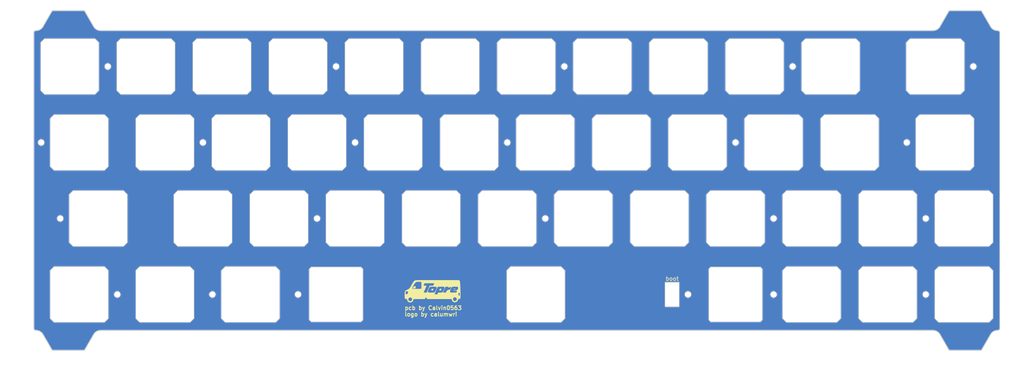
<source format=kicad_pcb>
(kicad_pcb (version 20240108) (generator "pcbnew") (generator_version "8.0")
  (layers (0 "F.Cu" signal) (31 "B.Cu" signal) (34 "B.Paste" user) (35 "F.Paste" user) (36 "B.SilkS" user "B.Silkscreen") (37 "F.SilkS" user "F.Silkscreen") (38 "B.Mask" user) (39 "F.Mask" user) (44 "Edge.Cuts" user))
  (net 0 "")
  (net 1 "GND")
  (footprint "cipulot_parts:ecs_plate_cut_1U" (layer "F.Cu") (at 146.84375 30.95625)
    (property "Reference" "REF**")
    (property "Value" "Value " (hide yes))
    (fp_line (start -7.3 -6) (end -7.3 6) (stroke (width 0.12)) (layer "Edge.Cuts"))
    (fp_line (start -7.3 6) (end -6.3 7) (stroke (width 0.12)) (layer "Edge.Cuts"))
    (fp_line (start -6.3 -7) (end -7.3 -6) (stroke (width 0.12)) (layer "Edge.Cuts"))
    (fp_line (start -6.3 7) (end 6.3 7) (stroke (width 0.12)) (layer "Edge.Cuts"))
    (fp_line (start 6.3 -7) (end -6.3 -7) (stroke (width 0.12)) (layer "Edge.Cuts"))
    (fp_line (start 6.3 -7) (end 7.3 -6) (stroke (width 0.12)) (layer "Edge.Cuts"))
    (fp_line (start 6.3 7) (end 7.3 6) (stroke (width 0.12)) (layer "Edge.Cuts"))
    (fp_line (start 7.3 6) (end 7.3 -6) (stroke (width 0.12)) (layer "Edge.Cuts"))
  )
  (footprint "cipulot_parts:ecs_plate_cut_1U" (layer "F.Cu") (at 56.35625 88.10625)
    (property "Reference" "REF**")
    (property "Value" "Value " (hide yes))
    (fp_line (start -7.3 -6) (end -7.3 6) (stroke (width 0.12)) (layer "Edge.Cuts"))
    (fp_line (start -7.3 6) (end -6.3 7) (stroke (width 0.12)) (layer "Edge.Cuts"))
    (fp_line (start -6.3 -7) (end -7.3 -6) (stroke (width 0.12)) (layer "Edge.Cuts"))
    (fp_line (start -6.3 7) (end 6.3 7) (stroke (width 0.12)) (layer "Edge.Cuts"))
    (fp_line (start 6.3 -7) (end -6.3 -7) (stroke (width 0.12)) (layer "Edge.Cuts"))
    (fp_line (start 6.3 -7) (end 7.3 -6) (stroke (width 0.12)) (layer "Edge.Cuts"))
    (fp_line (start 6.3 7) (end 7.3 6) (stroke (width 0.12)) (layer "Edge.Cuts"))
    (fp_line (start 7.3 6) (end 7.3 -6) (stroke (width 0.12)) (layer "Edge.Cuts"))
  )
  (footprint "cipulot_parts:ecs_plate_cut_1U" (layer "F.Cu") (at 34.925 88.10625)
    (property "Reference" "REF**")
    (property "Value" "Value " (hide yes))
    (fp_line (start -7.3 -6) (end -7.3 6) (stroke (width 0.12)) (layer "Edge.Cuts"))
    (fp_line (start -7.3 6) (end -6.3 7) (stroke (width 0.12)) (layer "Edge.Cuts"))
    (fp_line (start -6.3 -7) (end -7.3 -6) (stroke (width 0.12)) (layer "Edge.Cuts"))
    (fp_line (start -6.3 7) (end 6.3 7) (stroke (width 0.12)) (layer "Edge.Cuts"))
    (fp_line (start 6.3 -7) (end -6.3 -7) (stroke (width 0.12)) (layer "Edge.Cuts"))
    (fp_line (start 6.3 -7) (end 7.3 -6) (stroke (width 0.12)) (layer "Edge.Cuts"))
    (fp_line (start 6.3 7) (end 7.3 6) (stroke (width 0.12)) (layer "Edge.Cuts"))
    (fp_line (start 7.3 6) (end 7.3 -6) (stroke (width 0.12)) (layer "Edge.Cuts"))
  )
  (footprint "cipulot_parts:ecs_plate_cut_1U" (layer "F.Cu") (at 113.50625 50.00625)
    (property "Reference" "REF**")
    (property "Value" "Value " (hide yes))
    (fp_line (start -7.3 -6) (end -7.3 6) (stroke (width 0.12)) (layer "Edge.Cuts"))
    (fp_line (start -7.3 6) (end -6.3 7) (stroke (width 0.12)) (layer "Edge.Cuts"))
    (fp_line (start -6.3 -7) (end -7.3 -6) (stroke (width 0.12)) (layer "Edge.Cuts"))
    (fp_line (start -6.3 7) (end 6.3 7) (stroke (width 0.12)) (layer "Edge.Cuts"))
    (fp_line (start 6.3 -7) (end -6.3 -7) (stroke (width 0.12)) (layer "Edge.Cuts"))
    (fp_line (start 6.3 -7) (end 7.3 -6) (stroke (width 0.12)) (layer "Edge.Cuts"))
    (fp_line (start 6.3 7) (end 7.3 6) (stroke (width 0.12)) (layer "Edge.Cuts"))
    (fp_line (start 7.3 6) (end 7.3 -6) (stroke (width 0.12)) (layer "Edge.Cuts"))
  )
  (footprint "cipulot_parts:ecs_plate_cut_1U" (layer "F.Cu") (at 180.18125 69.05625)
    (property "Reference" "REF**")
    (property "Value" "Value " (hide yes))
    (fp_line (start -7.3 -6) (end -7.3 6) (stroke (width 0.12)) (layer "Edge.Cuts"))
    (fp_line (start -7.3 6) (end -6.3 7) (stroke (width 0.12)) (layer "Edge.Cuts"))
    (fp_line (start -6.3 -7) (end -7.3 -6) (stroke (width 0.12)) (layer "Edge.Cuts"))
    (fp_line (start -6.3 7) (end 6.3 7) (stroke (width 0.12)) (layer "Edge.Cuts"))
    (fp_line (start 6.3 -7) (end -6.3 -7) (stroke (width 0.12)) (layer "Edge.Cuts"))
    (fp_line (start 6.3 -7) (end 7.3 -6) (stroke (width 0.12)) (layer "Edge.Cuts"))
    (fp_line (start 6.3 7) (end 7.3 6) (stroke (width 0.12)) (layer "Edge.Cuts"))
    (fp_line (start 7.3 6) (end 7.3 -6) (stroke (width 0.12)) (layer "Edge.Cuts"))
  )
  (footprint "cipulot_parts:ecs_plate_cut_1U" (layer "F.Cu") (at 94.45625 50.00625)
    (property "Reference" "REF**")
    (property "Value" "Value " (hide yes))
    (fp_line (start -7.3 -6) (end -7.3 6) (stroke (width 0.12)) (layer "Edge.Cuts"))
    (fp_line (start -7.3 6) (end -6.3 7) (stroke (width 0.12)) (layer "Edge.Cuts"))
    (fp_line (start -6.3 -7) (end -7.3 -6) (stroke (width 0.12)) (layer "Edge.Cuts"))
    (fp_line (start -6.3 7) (end 6.3 7) (stroke (width 0.12)) (layer "Edge.Cuts"))
    (fp_line (start 6.3 -7) (end -6.3 -7) (stroke (width 0.12)) (layer "Edge.Cuts"))
    (fp_line (start 6.3 -7) (end 7.3 -6) (stroke (width 0.12)) (layer "Edge.Cuts"))
    (fp_line (start 6.3 7) (end 7.3 6) (stroke (width 0.12)) (layer "Edge.Cuts"))
    (fp_line (start 7.3 6) (end 7.3 -6) (stroke (width 0.12)) (layer "Edge.Cuts"))
  )
  (footprint "cipulot_parts:ecs_plate_cut_1U" (layer "F.Cu") (at 75.40625 50.00625)
    (property "Reference" "REF**")
    (property "Value" "Value " (hide yes))
    (fp_line (start -7.3 -6) (end -7.3 6) (stroke (width 0.12)) (layer "Edge.Cuts"))
    (fp_line (start -7.3 6) (end -6.3 7) (stroke (width 0.12)) (layer "Edge.Cuts"))
    (fp_line (start -6.3 -7) (end -7.3 -6) (stroke (width 0.12)) (layer "Edge.Cuts"))
    (fp_line (start -6.3 7) (end 6.3 7) (stroke (width 0.12)) (layer "Edge.Cuts"))
    (fp_line (start 6.3 -7) (end -6.3 -7) (stroke (width 0.12)) (layer "Edge.Cuts"))
    (fp_line (start 6.3 -7) (end 7.3 -6) (stroke (width 0.12)) (layer "Edge.Cuts"))
    (fp_line (start 6.3 7) (end 7.3 6) (stroke (width 0.12)) (layer "Edge.Cuts"))
    (fp_line (start 7.3 6) (end 7.3 -6) (stroke (width 0.12)) (layer "Edge.Cuts"))
  )
  (footprint "cipulot_parts:ecs_plate_cut_1U" (layer "F.Cu") (at 223.04375 30.95625)
    (property "Reference" "REF**")
    (property "Value" "Value " (hide yes))
    (fp_line (start -7.3 -6) (end -7.3 6) (stroke (width 0.12)) (layer "Edge.Cuts"))
    (fp_line (start -7.3 6) (end -6.3 7) (stroke (width 0.12)) (layer "Edge.Cuts"))
    (fp_line (start -6.3 -7) (end -7.3 -6) (stroke (width 0.12)) (layer "Edge.Cuts"))
    (fp_line (start -6.3 7) (end 6.3 7) (stroke (width 0.12)) (layer "Edge.Cuts"))
    (fp_line (start 6.3 -7) (end -6.3 -7) (stroke (width 0.12)) (layer "Edge.Cuts"))
    (fp_line (start 6.3 -7) (end 7.3 -6) (stroke (width 0.12)) (layer "Edge.Cuts"))
    (fp_line (start 6.3 7) (end 7.3 6) (stroke (width 0.12)) (layer "Edge.Cuts"))
    (fp_line (start 7.3 6) (end 7.3 -6) (stroke (width 0.12)) (layer "Edge.Cuts"))
  )
  (footprint "cipulot_parts:ecs_plate_cut_1U" (layer "F.Cu") (at 251.61875 50.00625)
    (property "Reference" "REF**")
    (property "Value" "Value " (hide yes))
    (fp_line (start -7.3 -6) (end -7.3 6) (stroke (width 0.12)) (layer "Edge.Cuts"))
    (fp_line (start -7.3 6) (end -6.3 7) (stroke (width 0.12)) (layer "Edge.Cuts"))
    (fp_line (start -6.3 -7) (end -7.3 -6) (stroke (width 0.12)) (layer "Edge.Cuts"))
    (fp_line (start -6.3 7) (end 6.3 7) (stroke (width 0.12)) (layer "Edge.Cuts"))
    (fp_line (start 6.3 -7) (end -6.3 -7) (stroke (width 0.12)) (layer "Edge.Cuts"))
    (fp_line (start 6.3 -7) (end 7.3 -6) (stroke (width 0.12)) (layer "Edge.Cuts"))
    (fp_line (start 6.3 7) (end 7.3 6) (stroke (width 0.12)) (layer "Edge.Cuts"))
    (fp_line (start 7.3 6) (end 7.3 -6) (stroke (width 0.12)) (layer "Edge.Cuts"))
  )
  (footprint "cipulot_parts:ecs_plate_cut_1U" (layer "F.Cu") (at 249.2375 30.95625)
    (property "Reference" "REF**")
    (property "Value" "Value " (hide yes))
    (fp_line (start -7.3 -6) (end -7.3 6) (stroke (width 0.12)) (layer "Edge.Cuts"))
    (fp_line (start -7.3 6) (end -6.3 7) (stroke (width 0.12)) (layer "Edge.Cuts"))
    (fp_line (start -6.3 -7) (end -7.3 -6) (stroke (width 0.12)) (layer "Edge.Cuts"))
    (fp_line (start -6.3 7) (end 6.3 7) (stroke (width 0.12)) (layer "Edge.Cuts"))
    (fp_line (start 6.3 -7) (end -6.3 -7) (stroke (width 0.12)) (layer "Edge.Cuts"))
    (fp_line (start 6.3 -7) (end 7.3 -6) (stroke (width 0.12)) (layer "Edge.Cuts"))
    (fp_line (start 6.3 7) (end 7.3 6) (stroke (width 0.12)) (layer "Edge.Cuts"))
    (fp_line (start 7.3 6) (end 7.3 -6) (stroke (width 0.12)) (layer "Edge.Cuts"))
  )
  (footprint "cipulot_parts:ecs_plate_cut_1U" (layer "F.Cu") (at 127.79375 30.95625)
    (property "Reference" "REF**")
    (property "Value" "Value " (hide yes))
    (fp_line (start -7.3 -6) (end -7.3 6) (stroke (width 0.12)) (layer "Edge.Cuts"))
    (fp_line (start -7.3 6) (end -6.3 7) (stroke (width 0.12)) (layer "Edge.Cuts"))
    (fp_line (start -6.3 -7) (end -7.3 -6) (stroke (width 0.12)) (layer "Edge.Cuts"))
    (fp_line (start -6.3 7) (end 6.3 7) (stroke (width 0.12)) (layer "Edge.Cuts"))
    (fp_line (start 6.3 -7) (end -6.3 -7) (stroke (width 0.12)) (layer "Edge.Cuts"))
    (fp_line (start 6.3 -7) (end 7.3 -6) (stroke (width 0.12)) (layer "Edge.Cuts"))
    (fp_line (start 6.3 7) (end 7.3 6) (stroke (width 0.12)) (layer "Edge.Cuts"))
    (fp_line (start 7.3 6) (end 7.3 -6) (stroke (width 0.12)) (layer "Edge.Cuts"))
  )
  (footprint "cipulot_parts:ecs_plate_cut_1U" (layer "F.Cu") (at 208.75625 50.00625)
    (property "Reference" "REF**")
    (property "Value" "Value " (hide yes))
    (fp_line (start -7.3 -6) (end -7.3 6) (stroke (width 0.12)) (layer "Edge.Cuts"))
    (fp_line (start -7.3 6) (end -6.3 7) (stroke (width 0.12)) (layer "Edge.Cuts"))
    (fp_line (start -6.3 -7) (end -7.3 -6) (stroke (width 0.12)) (layer "Edge.Cuts"))
    (fp_line (start -6.3 7) (end 6.3 7) (stroke (width 0.12)) (layer "Edge.Cuts"))
    (fp_line (start 6.3 -7) (end -6.3 -7) (stroke (width 0.12)) (layer "Edge.Cuts"))
    (fp_line (start 6.3 -7) (end 7.3 -6) (stroke (width 0.12)) (layer "Edge.Cuts"))
    (fp_line (start 6.3 7) (end 7.3 6) (stroke (width 0.12)) (layer "Edge.Cuts"))
    (fp_line (start 7.3 6) (end 7.3 -6) (stroke (width 0.12)) (layer "Edge.Cuts"))
  )
  (footprint "cipulot_parts:ecs_plate_cut_1U" (layer "F.Cu") (at 84.93125 69.05625)
    (property "Reference" "REF**")
    (property "Value" "Value " (hide yes))
    (fp_line (start -7.3 -6) (end -7.3 6) (stroke (width 0.12)) (layer "Edge.Cuts"))
    (fp_line (start -7.3 6) (end -6.3 7) (stroke (width 0.12)) (layer "Edge.Cuts"))
    (fp_line (start -6.3 -7) (end -7.3 -6) (stroke (width 0.12)) (layer "Edge.Cuts"))
    (fp_line (start -6.3 7) (end 6.3 7) (stroke (width 0.12)) (layer "Edge.Cuts"))
    (fp_line (start 6.3 -7) (end -6.3 -7) (stroke (width 0.12)) (layer "Edge.Cuts"))
    (fp_line (start 6.3 -7) (end 7.3 -6) (stroke (width 0.12)) (layer "Edge.Cuts"))
    (fp_line (start 6.3 7) (end 7.3 6) (stroke (width 0.12)) (layer "Edge.Cuts"))
    (fp_line (start 7.3 6) (end 7.3 -6) (stroke (width 0.12)) (layer "Edge.Cuts"))
  )
  (footprint "cipulot_parts:ecs_plate_cut_1U" (layer "F.Cu") (at 39.6875 69.05625)
    (property "Reference" "REF**")
    (property "Value" "Value " (hide yes))
    (fp_line (start -7.3 -6) (end -7.3 6) (stroke (width 0.12)) (layer "Edge.Cuts"))
    (fp_line (start -7.3 6) (end -6.3 7) (stroke (width 0.12)) (layer "Edge.Cuts"))
    (fp_line (start -6.3 -7) (end -7.3 -6) (stroke (width 0.12)) (layer "Edge.Cuts"))
    (fp_line (start -6.3 7) (end 6.3 7) (stroke (width 0.12)) (layer "Edge.Cuts"))
    (fp_line (start 6.3 -7) (end -6.3 -7) (stroke (width 0.12)) (layer "Edge.Cuts"))
    (fp_line (start 6.3 -7) (end 7.3 -6) (stroke (width 0.12)) (layer "Edge.Cuts"))
    (fp_line (start 6.3 7) (end 7.3 6) (stroke (width 0.12)) (layer "Edge.Cuts"))
    (fp_line (start 7.3 6) (end 7.3 -6) (stroke (width 0.12)) (layer "Edge.Cuts"))
  )
  (footprint "cipulot_parts:ecs_plate_cut_1U" (layer "F.Cu") (at 199.23125 69.05625)
    (property "Reference" "REF**")
    (property "Value" "Value " (hide yes))
    (fp_line (start -7.3 -6) (end -7.3 6) (stroke (width 0.12)) (layer "Edge.Cuts"))
    (fp_line (start -7.3 6) (end -6.3 7) (stroke (width 0.12)) (layer "Edge.Cuts"))
    (fp_line (start -6.3 -7) (end -7.3 -6) (stroke (width 0.12)) (layer "Edge.Cuts"))
    (fp_line (start -6.3 7) (end 6.3 7) (stroke (width 0.12)) (layer "Edge.Cuts"))
    (fp_line (start 6.3 -7) (end -6.3 -7) (stroke (width 0.12)) (layer "Edge.Cuts"))
    (fp_line (start 6.3 -7) (end 7.3 -6) (stroke (width 0.12)) (layer "Edge.Cuts"))
    (fp_line (start 6.3 7) (end 7.3 6) (stroke (width 0.12)) (layer "Edge.Cuts"))
    (fp_line (start 7.3 6) (end 7.3 -6) (stroke (width 0.12)) (layer "Edge.Cuts"))
  )
  (footprint "cipulot_parts:ecs_plate_cut_1U" (layer "F.Cu") (at 189.70625 50.00625)
    (property "Reference" "REF**")
    (property "Value" "Value " (hide yes))
    (fp_line (start -7.3 -6) (end -7.3 6) (stroke (width 0.12)) (layer "Edge.Cuts"))
    (fp_line (start -7.3 6) (end -6.3 7) (stroke (width 0.12)) (layer "Edge.Cuts"))
    (fp_line (start -6.3 -7) (end -7.3 -6) (stroke (width 0.12)) (layer "Edge.Cuts"))
    (fp_line (start -6.3 7) (end 6.3 7) (stroke (width 0.12)) (layer "Edge.Cuts"))
    (fp_line (start 6.3 -7) (end -6.3 -7) (stroke (width 0.12)) (layer "Edge.Cuts"))
    (fp_line (start 6.3 -7) (end 7.3 -6) (stroke (width 0.12)) (layer "Edge.Cuts"))
    (fp_line (start 6.3 7) (end 7.3 6) (stroke (width 0.12)) (layer "Edge.Cuts"))
    (fp_line (start 7.3 6) (end 7.3 -6) (stroke (width 0.12)) (layer "Edge.Cuts"))
  )
  (footprint "cipulot_parts:ecs_plate_cut_1U" (layer "F.Cu") (at 34.925 50.00625)
    (property "Reference" "REF**")
    (property "Value" "Value " (hide yes))
    (fp_line (start -7.3 -6) (end -7.3 6) (stroke (width 0.12)) (layer "Edge.Cuts"))
    (fp_line (start -7.3 6) (end -6.3 7) (stroke (width 0.12)) (layer "Edge.Cuts"))
    (fp_line (start -6.3 -7) (end -7.3 -6) (stroke (width 0.12)) (layer "Edge.Cuts"))
    (fp_line (start -6.3 7) (end 6.3 7) (stroke (width 0.12)) (layer "Edge.Cuts"))
    (fp_line (start 6.3 -7) (end -6.3 -7) (stroke (width 0.12)) (layer "Edge.Cuts"))
    (fp_line (start 6.3 -7) (end 7.3 -6) (stroke (width 0.12)) (layer "Edge.Cuts"))
    (fp_line (start 6.3 7) (end 7.3 6) (stroke (width 0.12)) (layer "Edge.Cuts"))
    (fp_line (start 7.3 6) (end 7.3 -6) (stroke (width 0.12)) (layer "Edge.Cuts"))
  )
  (footprint "cipulot_parts:ecs_plate_cut_1U" (layer "F.Cu") (at 56.35625 50.00625)
    (property "Reference" "REF**")
    (property "Value" "Value " (hide yes))
    (fp_line (start -7.3 -6) (end -7.3 6) (stroke (width 0.12)) (layer "Edge.Cuts"))
    (fp_line (start -7.3 6) (end -6.3 7) (stroke (width 0.12)) (layer "Edge.Cuts"))
    (fp_line (start -6.3 -7) (end -7.3 -6) (stroke (width 0.12)) (layer "Edge.Cuts"))
    (fp_line (start -6.3 7) (end 6.3 7) (stroke (width 0.12)) (layer "Edge.Cuts"))
    (fp_line (start 6.3 -7) (end -6.3 -7) (stroke (width 0.12)) (layer "Edge.Cuts"))
    (fp_line (start 6.3 -7) (end 7.3 -6) (stroke (width 0.12)) (layer "Edge.Cuts"))
    (fp_line (start 6.3 7) (end 7.3 6) (stroke (width 0.12)) (layer "Edge.Cuts"))
    (fp_line (start 7.3 6) (end 7.3 -6) (stroke (width 0.12)) (layer "Edge.Cuts"))
  )
  (footprint "cipulot_parts:ecs_plate_cut_1U" (layer "F.Cu") (at 256.38125 88.10625)
    (property "Reference" "REF**")
    (property "Value" "Value " (hide yes))
    (fp_line (start -7.3 -6) (end -7.3 6) (stroke (width 0.12)) (layer "Edge.Cuts"))
    (fp_line (start -7.3 6) (end -6.3 7) (stroke (width 0.12)) (layer "Edge.Cuts"))
    (fp_line (start -6.3 -7) (end -7.3 -6) (stroke (width 0.12)) (layer "Edge.Cuts"))
    (fp_line (start -6.3 7) (end 6.3 7) (stroke (width 0.12)) (layer "Edge.Cuts"))
    (fp_line (start 6.3 -7) (end -6.3 -7) (stroke (width 0.12)) (layer "Edge.Cuts"))
    (fp_line (start 6.3 -7) (end 7.3 -6) (stroke (width 0.12)) (layer "Edge.Cuts"))
    (fp_line (start 6.3 7) (end 7.3 6) (stroke (width 0.12)) (layer "Edge.Cuts"))
    (fp_line (start 7.3 6) (end 7.3 -6) (stroke (width 0.12)) (layer "Edge.Cuts"))
  )
  (footprint "cipulot_parts:ecs_plate_cut_1U" (layer "F.Cu") (at 123.03125 69.05625)
    (property "Reference" "REF**")
    (property "Value" "Value " (hide yes))
    (fp_line (start -7.3 -6) (end -7.3 6) (stroke (width 0.12)) (layer "Edge.Cuts"))
    (fp_line (start -7.3 6) (end -6.3 7) (stroke (width 0.12)) (layer "Edge.Cuts"))
    (fp_line (start -6.3 -7) (end -7.3 -6) (stroke (width 0.12)) (layer "Edge.Cuts"))
    (fp_line (start -6.3 7) (end 6.3 7) (stroke (width 0.12)) (layer "Edge.Cuts"))
    (fp_line (start 6.3 -7) (end -6.3 -7) (stroke (width 0.12)) (layer "Edge.Cuts"))
    (fp_line (start 6.3 -7) (end 7.3 -6) (stroke (width 0.12)) (layer "Edge.Cuts"))
    (fp_line (start 6.3 7) (end 7.3 6) (stroke (width 0.12)) (layer "Edge.Cuts"))
    (fp_line (start 7.3 6) (end 7.3 -6) (stroke (width 0.12)) (layer "Edge.Cuts"))
  )
  (footprint "cipulot_parts:ecs_plate_cut_1U" (layer "F.Cu") (at 32.54375 30.95625)
    (property "Reference" "REF**")
    (property "Value" "Value " (hide yes))
    (fp_line (start -7.3 -6) (end -7.3 6) (stroke (width 0.12)) (layer "Edge.Cuts"))
    (fp_line (start -7.3 6) (end -6.3 7) (stroke (width 0.12)) (layer "Edge.Cuts"))
    (fp_line (start -6.3 -7) (end -7.3 -6) (stroke (width 0.12)) (layer "Edge.Cuts"))
    (fp_line (start -6.3 7) (end 6.3 7) (stroke (width 0.12)) (layer "Edge.Cuts"))
    (fp_line (start 6.3 -7) (end -6.3 -7) (stroke (width 0.12)) (layer "Edge.Cuts"))
    (fp_line (start 6.3 -7) (end 7.3 -6) (stroke (width 0.12)) (layer "Edge.Cuts"))
    (fp_line (start 6.3 7) (end 7.3 6) (stroke (width 0.12)) (layer "Edge.Cuts"))
    (fp_line (start 7.3 6) (end 7.3 -6) (stroke (width 0.12)) (layer "Edge.Cuts"))
  )
  (footprint "cipulot_parts:ecs_plate_cut_1U" (layer "F.Cu") (at 161.13125 69.05625)
    (property "Reference" "REF**")
    (property "Value" "Value " (hide yes))
    (fp_line (start -7.3 -6) (end -7.3 6) (stroke (width 0.12)) (layer "Edge.Cuts"))
    (fp_line (start -7.3 6) (end -6.3 7) (stroke (width 0.12)) (layer "Edge.Cuts"))
    (fp_line (start -6.3 -7) (end -7.3 -6) (stroke (width 0.12)) (layer "Edge.Cuts"))
    (fp_line (start -6.3 7) (end 6.3 7) (stroke (width 0.12)) (layer "Edge.Cuts"))
    (fp_line (start 6.3 -7) (end -6.3 -7) (stroke (width 0.12)) (layer "Edge.Cuts"))
    (fp_line (start 6.3 -7) (end 7.3 -6) (stroke (width 0.12)) (layer "Edge.Cuts"))
    (fp_line (start 6.3 7) (end 7.3 6) (stroke (width 0.12)) (layer "Edge.Cuts"))
    (fp_line (start 7.3 6) (end 7.3 -6) (stroke (width 0.12)) (layer "Edge.Cuts"))
  )
  (footprint "cipulot_parts:ecs_plate_cut_1U" (layer "F.Cu") (at 132.55625 50.00625)
    (property "Reference" "REF**")
    (property "Value" "Value " (hide yes))
    (fp_line (start -7.3 -6) (end -7.3 6) (stroke (width 0.12)) (layer "Edge.Cuts"))
    (fp_line (start -7.3 6) (end -6.3 7) (stroke (width 0.12)) (layer "Edge.Cuts"))
    (fp_line (start -6.3 -7) (end -7.3 -6) (stroke (width 0.12)) (layer "Edge.Cuts"))
    (fp_line (start -6.3 7) (end 6.3 7) (stroke (width 0.12)) (layer "Edge.Cuts"))
    (fp_line (start 6.3 -7) (end -6.3 -7) (stroke (width 0.12)) (layer "Edge.Cuts"))
    (fp_line (start 6.3 -7) (end 7.3 -6) (stroke (width 0.12)) (layer "Edge.Cuts"))
    (fp_line (start 6.3 7) (end 7.3 6) (stroke (width 0.12)) (layer "Edge.Cuts"))
    (fp_line (start 7.3 6) (end 7.3 -6) (stroke (width 0.12)) (layer "Edge.Cuts"))
  )
  (footprint "cipulot_parts:ecs_plate_cut_1U" (layer "F.Cu") (at 65.88125 69.05625)
    (property "Reference" "REF**")
    (property "Value" "Value " (hide yes))
    (fp_line (start -7.3 -6) (end -7.3 6) (stroke (width 0.12)) (layer "Edge.Cuts"))
    (fp_line (start -7.3 6) (end -6.3 7) (stroke (width 0.12)) (layer "Edge.Cuts"))
    (fp_line (start -6.3 -7) (end -7.3 -6) (stroke (width 0.12)) (layer "Edge.Cuts"))
    (fp_line (start -6.3 7) (end 6.3 7) (stroke (width 0.12)) (layer "Edge.Cuts"))
    (fp_line (start 6.3 -7) (end -6.3 -7) (stroke (width 0.12)) (layer "Edge.Cuts"))
    (fp_line (start 6.3 -7) (end 7.3 -6) (stroke (width 0.12)) (layer "Edge.Cuts"))
    (fp_line (start 6.3 7) (end 7.3 6) (stroke (width 0.12)) (layer "Edge.Cuts"))
    (fp_line (start 7.3 6) (end 7.3 -6) (stroke (width 0.12)) (layer "Edge.Cuts"))
  )
  (footprint "cipulot_parts:ecs_plate_cut_1U" (layer "F.Cu") (at 108.74375 30.95625)
    (property "Reference" "REF**")
    (property "Value" "Value " (hide yes))
    (fp_line (start -7.3 -6) (end -7.3 6) (stroke (width 0.12)) (layer "Edge.Cuts"))
    (fp_line (start -7.3 6) (end -6.3 7) (stroke (width 0.12)) (layer "Edge.Cuts"))
    (fp_line (start -6.3 -7) (end -7.3 -6) (stroke (width 0.12)) (layer "Edge.Cuts"))
    (fp_line (start -6.3 7) (end 6.3 7) (stroke (width 0.12)) (layer "Edge.Cuts"))
    (fp_line (start 6.3 -7) (end -6.3 -7) (stroke (width 0.12)) (layer "Edge.Cuts"))
    (fp_line (start 6.3 -7) (end 7.3 -6) (stroke (width 0.12)) (layer "Edge.Cuts"))
    (fp_line (start 6.3 7) (end 7.3 6) (stroke (width 0.12)) (layer "Edge.Cuts"))
    (fp_line (start 7.3 6) (end 7.3 -6) (stroke (width 0.12)) (layer "Edge.Cuts"))
  )
  (footprint "cipulot_parts:ecs_plate_cut_1U" (layer "F.Cu") (at 149.225 88.10625)
    (property "Reference" "REF**")
    (property "Value" "Value " (hide yes))
    (fp_line (start -7.3 -6) (end -7.3 6) (stroke (width 0.12)) (layer "Edge.Cuts"))
    (fp_line (start -7.3 6) (end -6.3 7) (stroke (width 0.12)) (layer "Edge.Cuts"))
    (fp_line (start -6.3 -7) (end -7.3 -6) (stroke (width 0.12)) (layer "Edge.Cuts"))
    (fp_line (start -6.3 7) (end 6.3 7) (stroke (width 0.12)) (layer "Edge.Cuts"))
    (fp_line (start 6.3 -7) (end -6.3 -7) (stroke (width 0.12)) (layer "Edge.Cuts"))
    (fp_line (start 6.3 -7) (end 7.3 -6) (stroke (width 0.12)) (layer "Edge.Cuts"))
    (fp_line (start 6.3 7) (end 7.3 6) (stroke (width 0.12)) (layer "Edge.Cuts"))
    (fp_line (start 7.3 6) (end 7.3 -6) (stroke (width 0.12)) (layer "Edge.Cuts"))
  )
  (footprint "cipulot_parts:ecs_plate_cut_1U" (layer "F.Cu") (at 51.59375 30.95625)
    (property "Reference" "REF**")
    (property "Value" "Value " (hide yes))
    (fp_line (start -7.3 -6) (end -7.3 6) (stroke (width 0.12)) (layer "Edge.Cuts"))
    (fp_line (start -7.3 6) (end -6.3 7) (stroke (width 0.12)) (layer "Edge.Cuts"))
    (fp_line (start -6.3 -7) (end -7.3 -6) (stroke (width 0.12)) (layer "Edge.Cuts"))
    (fp_line (start -6.3 7) (end 6.3 7) (stroke (width 0.12)) (layer "Edge.Cuts"))
    (fp_line (start 6.3 -7) (end -6.3 -7) (stroke (width 0.12)) (layer "Edge.Cuts"))
    (fp_line (start 6.3 -7) (end 7.3 -6) (stroke (width 0.12)) (layer "Edge.Cuts"))
    (fp_line (start 6.3 7) (end 7.3 6) (stroke (width 0.12)) (layer "Edge.Cuts"))
    (fp_line (start 7.3 6) (end 7.3 -6) (stroke (width 0.12)) (layer "Edge.Cuts"))
  )
  (footprint "cipulot_parts:ecs_plate_cut_1U" (layer "F.Cu") (at 237.33125 69.05625)
    (property "Reference" "REF**")
    (property "Value" "Value " (hide yes))
    (fp_line (start -7.3 -6) (end -7.3 6) (stroke (width 0.12)) (layer "Edge.Cuts"))
    (fp_line (start -7.3 6) (end -6.3 7) (stroke (width 0.12)) (layer "Edge.Cuts"))
    (fp_line (start -6.3 -7) (end -7.3 -6) (stroke (width 0.12)) (layer "Edge.Cuts"))
    (fp_line (start -6.3 7) (end 6.3 7) (stroke (width 0.12)) (layer "Edge.Cuts"))
    (fp_line (start 6.3 -7) (end -6.3 -7) (stroke (width 0.12)) (layer "Edge.Cuts"))
    (fp_line (start 6.3 -7) (end 7.3 -6) (stroke (width 0.12)) (layer "Edge.Cuts"))
    (fp_line (start 6.3 7) (end 7.3 6) (stroke (width 0.12)) (layer "Edge.Cuts"))
    (fp_line (start 7.3 6) (end 7.3 -6) (stroke (width 0.12)) (layer "Edge.Cuts"))
  )
  (footprint "LOGO" (layer "F.Cu") (at 123.03125 87.3125)
    (property "Reference" "G***" (hide yes))
    (property "Value" "LOGO" (hide yes))
  )
  (footprint "cipulot_parts:ecs_plate_cut_1U" (layer "F.Cu") (at 256.38125 69.05625)
    (property "Reference" "REF**")
    (property "Value" "Value " (hide yes))
    (fp_line (start -7.3 -6) (end -7.3 6) (stroke (width 0.12)) (layer "Edge.Cuts"))
    (fp_line (start -7.3 6) (end -6.3 7) (stroke (width 0.12)) (layer "Edge.Cuts"))
    (fp_line (start -6.3 -7) (end -7.3 -6) (stroke (width 0.12)) (layer "Edge.Cuts"))
    (fp_line (start -6.3 7) (end 6.3 7) (stroke (width 0.12)) (layer "Edge.Cuts"))
    (fp_line (start 6.3 -7) (end -6.3 -7) (stroke (width 0.12)) (layer "Edge.Cuts"))
    (fp_line (start 6.3 -7) (end 7.3 -6) (stroke (width 0.12)) (layer "Edge.Cuts"))
    (fp_line (start 6.3 7) (end 7.3 6) (stroke (width 0.12)) (layer "Edge.Cuts"))
    (fp_line (start 7.3 6) (end 7.3 -6) (stroke (width 0.12)) (layer "Edge.Cuts"))
  )
  (footprint "cipulot_parts:ecs_plate_cut_1U" (layer "F.Cu") (at 218.28125 88.10625)
    (property "Reference" "REF**")
    (property "Value" "Value " (hide yes))
    (fp_line (start -7.3 -6) (end -7.3 6) (stroke (width 0.12)) (layer "Edge.Cuts"))
    (fp_line (start -7.3 6) (end -6.3 7) (stroke (width 0.12)) (layer "Edge.Cuts"))
    (fp_line (start -6.3 -7) (end -7.3 -6) (stroke (width 0.12)) (layer "Edge.Cuts"))
    (fp_line (start -6.3 7) (end 6.3 7) (stroke (width 0.12)) (layer "Edge.Cuts"))
    (fp_line (start 6.3 -7) (end -6.3 -7) (stroke (width 0.12)) (layer "Edge.Cuts"))
    (fp_line (start 6.3 -7) (end 7.3 -6) (stroke (width 0.12)) (layer "Edge.Cuts"))
    (fp_line (start 6.3 7) (end 7.3 6) (stroke (width 0.12)) (layer "Edge.Cuts"))
    (fp_line (start 7.3 6) (end 7.3 -6) (stroke (width 0.12)) (layer "Edge.Cuts"))
  )
  (footprint "cipulot_parts:ecs_plate_cut_1U" (layer "F.Cu") (at 103.98125 69.05625)
    (property "Reference" "REF**")
    (property "Value" "Value " (hide yes))
    (fp_line (start -7.3 -6) (end -7.3 6) (stroke (width 0.12)) (layer "Edge.Cuts"))
    (fp_line (start -7.3 6) (end -6.3 7) (stroke (width 0.12)) (layer "Edge.Cuts"))
    (fp_line (start -6.3 -7) (end -7.3 -6) (stroke (width 0.12)) (layer "Edge.Cuts"))
    (fp_line (start -6.3 7) (end 6.3 7) (stroke (width 0.12)) (layer "Edge.Cuts"))
    (fp_line (start 6.3 -7) (end -6.3 -7) (stroke (width 0.12)) (layer "Edge.Cuts"))
    (fp_line (start 6.3 -7) (end 7.3 -6) (stroke (width 0.12)) (layer "Edge.Cuts"))
    (fp_line (start 6.3 7) (end 7.3 6) (stroke (width 0.12)) (layer "Edge.Cuts"))
    (fp_line (start 7.3 6) (end 7.3 -6) (stroke (width 0.12)) (layer "Edge.Cuts"))
  )
  (footprint "cipulot_parts:ecs_plate_cut_1U" (layer "F.Cu") (at 170.65625 50.00625)
    (property "Reference" "REF**")
    (property "Value" "Value " (hide yes))
    (fp_line (start -7.3 -6) (end -7.3 6) (stroke (width 0.12)) (layer "Edge.Cuts"))
    (fp_line (start -7.3 6) (end -6.3 7) (stroke (width 0.12)) (layer "Edge.Cuts"))
    (fp_line (start -6.3 -7) (end -7.3 -6) (stroke (width 0.12)) (layer "Edge.Cuts"))
    (fp_line (start -6.3 7) (end 6.3 7) (stroke (width 0.12)) (layer "Edge.Cuts"))
    (fp_line (start 6.3 -7) (end -6.3 -7) (stroke (width 0.12)) (layer "Edge.Cuts"))
    (fp_line (start 6.3 -7) (end 7.3 -6) (stroke (width 0.12)) (layer "Edge.Cuts"))
    (fp_line (start 6.3 7) (end 7.3 6) (stroke (width 0.12)) (layer "Edge.Cuts"))
    (fp_line (start 7.3 6) (end 7.3 -6) (stroke (width 0.12)) (layer "Edge.Cuts"))
  )
  (footprint "cipulot_parts:ecs_plate_cut_1U" (layer "F.Cu") (at 89.69375 30.95625)
    (property "Reference" "REF**")
    (property "Value" "Value " (hide yes))
    (fp_line (start -7.3 -6) (end -7.3 6) (stroke (width 0.12)) (layer "Edge.Cuts"))
    (fp_line (start -7.3 6) (end -6.3 7) (stroke (width 0.12)) (layer "Edge.Cuts"))
    (fp_line (start -6.3 -7) (end -7.3 -6) (stroke (width 0.12)) (layer "Edge.Cuts"))
    (fp_line (start -6.3 7) (end 6.3 7) (stroke (width 0.12)) (layer "Edge.Cuts"))
    (fp_line (start 6.3 -7) (end -6.3 -7) (stroke (width 0.12)) (layer "Edge.Cuts"))
    (fp_line (start 6.3 -7) (end 7.3 -6) (stroke (width 0.12)) (layer "Edge.Cuts"))
    (fp_line (start 6.3 7) (end 7.3 6) (stroke (width 0.12)) (layer "Edge.Cuts"))
    (fp_line (start 7.3 6) (end 7.3 -6) (stroke (width 0.12)) (layer "Edge.Cuts"))
  )
  (footprint "cipulot_parts:ecs_plate_cut_1U" (layer "F.Cu") (at 77.7875 88.10625)
    (property "Reference" "REF**")
    (property "Value" "Value " (hide yes))
    (fp_line (start -7.3 -6) (end -7.3 6) (stroke (width 0.12)) (layer "Edge.Cuts"))
    (fp_line (start -7.3 6) (end -6.3 7) (stroke (width 0.12)) (layer "Edge.Cuts"))
    (fp_line (start -6.3 -7) (end -7.3 -6) (stroke (width 0.12)) (layer "Edge.Cuts"))
    (fp_line (start -6.3 7) (end 6.3 7) (stroke (width 0.12)) (layer "Edge.Cuts"))
    (fp_line (start 6.3 -7) (end -6.3 -7) (stroke (width 0.12)) (layer "Edge.Cuts"))
    (fp_line (start 6.3 -7) (end 7.3 -6) (stroke (width 0.12)) (layer "Edge.Cuts"))
    (fp_line (start 6.3 7) (end 7.3 6) (stroke (width 0.12)) (layer "Edge.Cuts"))
    (fp_line (start 7.3 6) (end 7.3 -6) (stroke (width 0.12)) (layer "Edge.Cuts"))
  )
  (footprint "cipulot_parts:ecs_plate_cut_1U" (layer "F.Cu") (at 218.28125 69.05625)
    (property "Reference" "REF**")
    (property "Value" "Value " (hide yes))
    (fp_line (start -7.3 -6) (end -7.3 6) (stroke (width 0.12)) (layer "Edge.Cuts"))
    (fp_line (start -7.3 6) (end -6.3 7) (stroke (width 0.12)) (layer "Edge.Cuts"))
    (fp_line (start -6.3 -7) (end -7.3 -6) (stroke (width 0.12)) (layer "Edge.Cuts"))
    (fp_line (start -6.3 7) (end 6.3 7) (stroke (width 0.12)) (layer "Edge.Cuts"))
    (fp_line (start 6.3 -7) (end -6.3 -7) (stroke (width 0.12)) (layer "Edge.Cuts"))
    (fp_line (start 6.3 -7) (end 7.3 -6) (stroke (width 0.12)) (layer "Edge.Cuts"))
    (fp_line (start 6.3 7) (end 7.3 6) (stroke (width 0.12)) (layer "Edge.Cuts"))
    (fp_line (start 7.3 6) (end 7.3 -6) (stroke (width 0.12)) (layer "Edge.Cuts"))
  )
  (footprint "cipulot_parts:ecs_plate_cut_1U" (layer "F.Cu") (at 203.99375 30.95625)
    (property "Reference" "REF**")
    (property "Value" "Value " (hide yes))
    (fp_line (start -7.3 -6) (end -7.3 6) (stroke (width 0.12)) (layer "Edge.Cuts"))
    (fp_line (start -7.3 6) (end -6.3 7) (stroke (width 0.12)) (layer "Edge.Cuts"))
    (fp_line (start -6.3 -7) (end -7.3 -6) (stroke (width 0.12)) (layer "Edge.Cuts"))
    (fp_line (start -6.3 7) (end 6.3 7) (stroke (width 0.12)) (layer "Edge.Cuts"))
    (fp_line (start 6.3 -7) (end -6.3 -7) (stroke (width 0.12)) (layer "Edge.Cuts"))
    (fp_line (start 6.3 -7) (end 7.3 -6) (stroke (width 0.12)) (layer "Edge.Cuts"))
    (fp_line (start 6.3 7) (end 7.3 6) (stroke (width 0.12)) (layer "Edge.Cuts"))
    (fp_line (start 7.3 6) (end 7.3 -6) (stroke (width 0.12)) (layer "Edge.Cuts"))
  )
  (footprint "cipulot_parts:ecs_plate_cut_6.25U_space_stab" (layer "F.Cu") (at 149.225 88.10625)
    (property "Reference" "REF**")
    (property "Value" "Value " (hide yes))
    (fp_line (start -56.7375 -6.3635) (end -56.7375 6.3635) (stroke (width 0.12)) (layer "Edge.Cuts"))
    (fp_line (start -56.7375 6.3635) (end -56.2305 6.8705) (stroke (width 0.12)) (layer "Edge.Cuts"))
    (fp_line (start -56.2305 -6.8705) (end -56.7375 -6.3635) (stroke (width 0.12)) (layer "Edge.Cuts"))
    (fp_line (start -56.2305 6.8705) (end -43.7825 6.8705) (stroke (width 0.12)) (layer "Edge.Cuts"))
    (fp_line (start -43.7825 -6.8705) (end -56.2305 -6.8705) (stroke (width 0.12)) (layer "Edge.Cuts"))
    (fp_line (start -43.7825 6.8705) (end -43.2755 6.3635) (stroke (width 0.12)) (layer "Edge.Cuts"))
    (fp_line (start -43.2755 -6.3635) (end -43.7825 -6.8705) (stroke (width 0.12)) (layer "Edge.Cuts"))
    (fp_line (start -43.2755 6.3635) (end -43.2755 -6.3635) (stroke (width 0.12)) (layer "Edge.Cuts"))
    (fp_line (start 43.2755 -6.3635) (end 43.2755 6.3635) (stroke (width 0.12)) (layer "Edge.Cuts"))
    (fp_line (start 43.2755 -6.3635) (end 43.7755 -6.8705) (stroke (width 0.12)) (layer "Edge.Cuts"))
    (fp_line (start 43.2755 6.3635) (end 43.7825 6.8705) (stroke (width 0.12)) (layer "Edge.Cuts"))
    (fp_line (start 43.7755 -6.8705) (end 56.2375 -6.8705) (stroke (width 0.12)) (layer "Edge.Cuts"))
    (fp_line (start 43.7825 6.8705) (end 56.2305 6.8705) (stroke (width 0.12)) (layer "Edge.Cuts"))
    (fp_line (start 56.2305 6.8705) (end 56.7375 6.3635) (stroke (width 0.12)) (layer "Edge.Cuts"))
    (fp_line (start 56.2375 -6.8705) (end 56.7375 -6.3635) (stroke (width 0.12)) (layer "Edge.Cuts"))
    (fp_line (start 56.7375 6.3635) (end 56.7375 -6.3635) (stroke (width 0.12)) (layer "Edge.Cuts"))
  )
  (footprint "cipulot_parts:ecs_plate_cut_1U" (layer "F.Cu") (at 142.08125 69.05625)
    (property "Reference" "REF**")
    (property "Value" "Value " (hide yes))
    (fp_line (start -7.3 -6) (end -7.3 6) (stroke (width 0.12)) (layer "Edge.Cuts"))
    (fp_line (start -7.3 6) (end -6.3 7) (stroke (width 0.12)) (layer "Edge.Cuts"))
    (fp_line (start -6.3 -7) (end -7.3 -6) (stroke (width 0.12)) (layer "Edge.Cuts"))
    (fp_line (start -6.3 7) (end 6.3 7) (stroke (width 0.12)) (layer "Edge.Cuts"))
    (fp_line (start 6.3 -7) (end -6.3 -7) (stroke (width 0.12)) (layer "Edge.Cuts"))
    (fp_line (start 6.3 -7) (end 7.3 -6) (stroke (width 0.12)) (layer "Edge.Cuts"))
    (fp_line (start 6.3 7) (end 7.3 6) (stroke (width 0.12)) (layer "Edge.Cuts"))
    (fp_line (start 7.3 6) (end 7.3 -6) (stroke (width 0.12)) (layer "Edge.Cuts"))
  )
  (footprint "cipulot_parts:ecs_plate_cut_1U" (layer "F.Cu") (at 184.94375 30.95625)
    (property "Reference" "REF**")
    (property "Value" "Value " (hide yes))
    (fp_line (start -7.3 -6) (end -7.3 6) (stroke (width 0.12)) (layer "Edge.Cuts"))
    (fp_line (start -7.3 6) (end -6.3 7) (stroke (width 0.12)) (layer "Edge.Cuts"))
    (fp_line (start -6.3 -7) (end -7.3 -6) (stroke (width 0.12)) (layer "Edge.Cuts"))
    (fp_line (start -6.3 7) (end 6.3 7) (stroke (width 0.12)) (layer "Edge.Cuts"))
    (fp_line (start 6.3 -7) (end -6.3 -7) (stroke (width 0.12)) (layer "Edge.Cuts"))
    (fp_line (start 6.3 -7) (end 7.3 -6) (stroke (width 0.12)) (layer "Edge.Cuts"))
    (fp_line (start 6.3 7) (end 7.3 6) (stroke (width 0.12)) (layer "Edge.Cuts"))
    (fp_line (start 7.3 6) (end 7.3 -6) (stroke (width 0.12)) (layer "Edge.Cuts"))
  )
  (footprint "cipulot_parts:ecs_plate_cut_1U" (layer "F.Cu") (at 227.80625 50.00625)
    (property "Reference" "REF**")
    (property "Value" "Value " (hide yes))
    (fp_line (start -7.3 -6) (end -7.3 6) (stroke (width 0.12)) (layer "Edge.Cuts"))
    (fp_line (start -7.3 6) (end -6.3 7) (stroke (width 0.12)) (layer "Edge.Cuts"))
    (fp_line (start -6.3 -7) (end -7.3 -6) (stroke (width 0.12)) (layer "Edge.Cuts"))
    (fp_line (start -6.3 7) (end 6.3 7) (stroke (width 0.12)) (layer "Edge.Cuts"))
    (fp_line (start 6.3 -7) (end -6.3 -7) (stroke (width 0.12)) (layer "Edge.Cuts"))
    (fp_line (start 6.3 -7) (end 7.3 -6) (stroke (width 0.12)) (layer "Edge.Cuts"))
    (fp_line (start 6.3 7) (end 7.3 6) (stroke (width 0.12)) (layer "Edge.Cuts"))
    (fp_line (start 7.3 6) (end 7.3 -6) (stroke (width 0.12)) (layer "Edge.Cuts"))
  )
  (footprint "cipulot_parts:ecs_plate_cut_1U" (layer "F.Cu") (at 70.64375 30.95625)
    (property "Reference" "REF**")
    (property "Value" "Value " (hide yes))
    (fp_line (start -7.3 -6) (end -7.3 6) (stroke (width 0.12)) (layer "Edge.Cuts"))
    (fp_line (start -7.3 6) (end -6.3 7) (stroke (width 0.12)) (layer "Edge.Cuts"))
    (fp_line (start -6.3 -7) (end -7.3 -6) (stroke (width 0.12)) (layer "Edge.Cuts"))
    (fp_line (start -6.3 7) (end 6.3 7) (stroke (width 0.12)) (layer "Edge.Cuts"))
    (fp_line (start 6.3 -7) (end -6.3 -7) (stroke (width 0.12)) (layer "Edge.Cuts"))
    (fp_line (start 6.3 -7) (end 7.3 -6) (stroke (width 0.12)) (layer "Edge.Cuts"))
    (fp_line (start 6.3 7) (end 7.3 6) (stroke (width 0.12)) (layer "Edge.Cuts"))
    (fp_line (start 7.3 6) (end 7.3 -6) (stroke (width 0.12)) (layer "Edge.Cuts"))
  )
  (footprint "cipulot_parts:ecs_plate_cut_1U" (layer "F.Cu") (at 151.60625 50.00625)
    (property "Reference" "REF**")
    (property "Value" "Value " (hide yes))
    (fp_line (start -7.3 -6) (end -7.3 6) (stroke (width 0.12)) (layer "Edge.Cuts"))
    (fp_line (start -7.3 6) (end -6.3 7) (stroke (width 0.12)) (layer "Edge.Cuts"))
    (fp_line (start -6.3 -7) (end -7.3 -6) (stroke (width 0.12)) (layer "Edge.Cuts"))
    (fp_line (start -6.3 7) (end 6.3 7) (stroke (width 0.12)) (layer "Edge.Cuts"))
    (fp_line (start 6.3 -7) (end -6.3 -7) (stroke (width 0.12)) (layer "Edge.Cuts"))
    (fp_line (start 6.3 -7) (end 7.3 -6) (stroke (width 0.12)) (layer "Edge.Cuts"))
    (fp_line (start 6.3 7) (end 7.3 6) (stroke (width 0.12)) (layer "Edge.Cuts"))
    (fp_line (start 7.3 6) (end 7.3 -6) (stroke (width 0.12)) (layer "Edge.Cuts"))
  )
  (footprint "cipulot_parts:ecs_plate_cut_1U" (layer "F.Cu") (at 165.89375 30.95625)
    (property "Reference" "REF**")
    (property "Value" "Value " (hide yes))
    (fp_line (start -7.3 -6) (end -7.3 6) (stroke (width 0.12)) (layer "Edge.Cuts"))
    (fp_line (start -7.3 6) (end -6.3 7) (stroke (width 0.12)) (layer "Edge.Cuts"))
    (fp_line (start -6.3 -7) (end -7.3 -6) (stroke (width 0.12)) (layer "Edge.Cuts"))
    (fp_line (start -6.3 7) (end 6.3 7) (stroke (width 0.12)) (layer "Edge.Cuts"))
    (fp_line (start 6.3 -7) (end -6.3 -7) (stroke (width 0.12)) (layer "Edge.Cuts"))
    (fp_line (start 6.3 -7) (end 7.3 -6) (stroke (width 0.12)) (layer "Edge.Cuts"))
    (fp_line (start 6.3 7) (end 7.3 6) (stroke (width 0.12)) (layer "Edge.Cuts"))
    (fp_line (start 7.3 6) (end 7.3 -6) (stroke (width 0.12)) (layer "Edge.Cuts"))
  )
  (footprint "cipulot_parts:ecs_plate_cut_1U" (layer "F.Cu") (at 237.33125 88.10625)
    (property "Reference" "REF**")
    (property "Value" "Value " (hide yes))
    (fp_line (start -7.3 -6) (end -7.3 6) (stroke (width 0.12)) (layer "Edge.Cuts"))
    (fp_line (start -7.3 6) (end -6.3 7) (stroke (width 0.12)) (layer "Edge.Cuts"))
    (fp_line (start -6.3 -7) (end -7.3 -6) (stroke (width 0.12)) (layer "Edge.Cuts"))
    (fp_line (start -6.3 7) (end 6.3 7) (stroke (width 0.12)) (layer "Edge.Cuts"))
    (fp_line (start 6.3 -7) (end -6.3 -7) (stroke (width 0.12)) (layer "Edge.Cuts"))
    (fp_line (start 6.3 -7) (end 7.3 -6) (stroke (width 0.12)) (layer "Edge.Cuts"))
    (fp_line (start 6.3 7) (end 7.3 6) (stroke (width 0.12)) (layer "Edge.Cuts"))
    (fp_line (start 7.3 6) (end 7.3 -6) (stroke (width 0.12)) (layer "Edge.Cuts"))
  )
  (gr_line (start 40.2651 97.10625) (end 248.6599 97.10625) (stroke (width 0.2)) (layer "Edge.Cuts"))
  (gr_line (start 36.223648 16.95625) (end 28.151852 16.95625) (stroke (width 0.2)) (layer "Edge.Cuts"))
  (gr_circle (center 242.09375 50.00625) (end 242.89375 50.00625) (stroke (width 0.1)) (fill none) (layer "Edge.Cuts"))
  (gr_arc (start 264.881249 21.95625) (mid 265.234803 22.102697) (end 265.38125 22.456251) (stroke (width 0.2)) (layer "Edge.Cuts"))
  (gr_circle (center 151.60625 69.05625) (end 152.40625 69.05625) (stroke (width 0.1)) (fill none) (layer "Edge.Cuts"))
  (gr_line (start 248.6599 21.95625) (end 40.2651 21.95625) (stroke (width 0.2)) (layer "Edge.Cuts"))
  (gr_circle (center 246.85625 88.10625) (end 247.65625 88.10625) (stroke (width 0.1)) (fill none) (layer "Edge.Cuts"))
  (gr_circle (center 99.21875 30.95625) (end 100.01875 30.95625) (stroke (width 0.1)) (fill none) (layer "Edge.Cuts"))
  (gr_circle (center 199.23125 50.00625) (end 200.03125 50.00625) (stroke (width 0.1)) (fill none) (layer "Edge.Cuts"))
  (gr_line (start 252.701352 16.95625) (end 250.391951 20.95625) (stroke (width 0.2)) (layer "Edge.Cuts"))
  (gr_circle (center 30.1625 69.05625) (end 30.9625 69.05625) (stroke (width 0.1)) (fill none) (layer "Edge.Cuts"))
  (gr_line (start 260.773148 16.95625) (end 252.701352 16.95625) (stroke (width 0.2)) (layer "Edge.Cuts"))
  (gr_circle (center 246.85625 69.05625) (end 247.65625 69.05625) (stroke (width 0.1)) (fill none) (layer "Edge.Cuts"))
  (gr_line (start 265.38125 96.606249) (end 265.38125 22.456251) (stroke (width 0.2)) (layer "Edge.Cuts"))
  (gr_arc (start 248.6599 97.10625) (mid 249.6599 97.374199) (end 250.391951 98.106249) (stroke (width 0.2)) (layer "Edge.Cuts"))
  (gr_line (start 23.54375 22.45625) (end 23.54375 96.60625) (stroke (width 0.2)) (layer "Edge.Cuts"))
  (gr_circle (center 42.06875 30.95625) (end 42.86875 30.95625) (stroke (width 0.1)) (fill none) (layer "Edge.Cuts"))
  (gr_circle (center 142.08125 50.00625) (end 142.88125 50.00625) (stroke (width 0.1)) (fill none) (layer "Edge.Cuts"))
  (gr_arc (start 38.533049 98.106249) (mid 39.2651 97.374199) (end 40.2651 97.10625) (stroke (width 0.2)) (layer "Edge.Cuts"))
  (gr_line (start 25.842451 98.10625) (end 28.151852 102.10625) (stroke (width 0.2)) (layer "Edge.Cuts"))
  (gr_arc (start 250.391951 20.95625) (mid 249.6599 21.688301) (end 248.6599 21.95625) (stroke (width 0.2)) (layer "Edge.Cuts"))
  (gr_circle (center 187.325 88.10625) (end 188.125 88.10625) (stroke (width 0.1)) (fill none) (layer "Edge.Cuts"))
  (gr_circle (center 25.4 50.00625) (end 26.2 50.00625) (stroke (width 0.1)) (fill none) (layer "Edge.Cuts"))
  (gr_arc (start 265.38125 96.606249) (mid 265.234803 96.959803) (end 264.881249 97.10625) (stroke (width 0.2)) (layer "Edge.Cuts"))
  (gr_arc (start 24.1104 97.10625) (mid 25.1104 97.374199) (end 25.842451 98.10625) (stroke (width 0.2)) (layer "Edge.Cuts"))
  (gr_line (start 260.773148 102.10625) (end 263.082549 98.106249) (stroke (width 0.2)) (layer "Edge.Cuts"))
  (gr_rect (start 181.557575 85.028334) (end 185.154924 91.182607) (stroke (width 0.1)) (fill none) (layer "Edge.Cuts"))
  (gr_line (start 36.223648 102.10625) (end 38.533049 98.106249) (stroke (width 0.2)) (layer "Edge.Cuts"))
  (gr_circle (center 156.36875 30.95625) (end 157.16875 30.95625) (stroke (width 0.1)) (fill none) (layer "Edge.Cuts"))
  (gr_circle (center 208.75625 69.05625) (end 209.55625 69.05625) (stroke (width 0.1)) (fill none) (layer "Edge.Cuts"))
  (gr_arc (start 24.04375 97.10625) (mid 23.690197 96.959803) (end 23.54375 96.60625) (stroke (width 0.2)) (layer "Edge.Cuts"))
  (gr_circle (center 89.69375 88.10625) (end 90.49375 88.10625) (stroke (width 0.1)) (fill none) (layer "Edge.Cuts"))
  (gr_circle (center 94.45625 69.05625) (end 95.25625 69.05625) (stroke (width 0.1)) (fill none) (layer "Edge.Cuts"))
  (gr_arc (start 263.082549 98.106249) (mid 263.8146 97.374199) (end 264.8146 97.10625) (stroke (width 0.2)) (layer "Edge.Cuts"))
  (gr_arc (start 40.2651 21.95625) (mid 39.2651 21.688301) (end 38.533049 20.95625) (stroke (width 0.2)) (layer "Edge.Cuts"))
  (gr_line (start 264.881249 21.95625) (end 264.8146 21.95625) (stroke (width 0.2)) (layer "Edge.Cuts"))
  (gr_line (start 28.151852 16.95625) (end 25.842451 20.95625) (stroke (width 0.2)) (layer "Edge.Cuts"))
  (gr_line (start 28.151852 102.10625) (end 36.223648 102.10625) (stroke (width 0.2)) (layer "Edge.Cuts"))
  (gr_line (start 250.391951 98.106249) (end 252.701352 102.10625) (stroke (width 0.2)) (layer "Edge.Cuts"))
  (gr_line (start 263.082549 20.95625) (end 260.773148 16.95625) (stroke (width 0.2)) (layer "Edge.Cuts"))
  (gr_line (start 252.701352 102.10625) (end 260.773148 102.10625) (stroke (width 0.2)) (layer "Edge.Cuts"))
  (gr_line (start 264.8146 97.10625) (end 264.881249 97.10625) (stroke (width 0.2)) (layer "Edge.Cuts"))
  (gr_arc (start 23.54375 22.45625) (mid 23.690197 22.102697) (end 24.04375 21.95625) (stroke (width 0.2)) (layer "Edge.Cuts"))
  (gr_circle (center 68.2625 88.10625) (end 69.0625 88.10625) (stroke (width 0.1)) (fill none) (layer "Edge.Cuts"))
  (gr_circle (center 208.75625 88.10625) (end 209.55625 88.10625) (stroke (width 0.1)) (fill none) (layer "Edge.Cuts"))
  (gr_arc (start 25.843412 20.956805) (mid 25.081952 21.705686) (end 24.04375 21.95625) (stroke (width 0.2)) (layer "Edge.Cuts"))
  (gr_circle (center 213.51875 30.95625) (end 214.31875 30.95625) (stroke (width 0.1)) (fill none) (layer "Edge.Cuts"))
  (gr_circle (center 44.45 88.10625) (end 45.25 88.10625) (stroke (width 0.1)) (fill none) (layer "Edge.Cuts"))
  (gr_line (start 38.533049 20.95625) (end 36.223648 16.95625) (stroke (width 0.2)) (layer "Edge.Cuts"))
  (gr_circle (center 103.98125 50.00625) (end 104.78125 50.00625) (stroke (width 0.1)) (fill none) (layer "Edge.Cuts"))
  (gr_circle (center 258.7625 30.95625) (end 259.5625 30.95625) (stroke (width 0.1)) (fill none) (layer "Edge.Cuts"))
  (gr_line (start 24.04375 97.10625) (end 24.1104 97.10625) (stroke (width 0.2)) (layer "Edge.Cuts"))
  (gr_circle (center 65.88125 50.00625) (end 66.68125 50.00625) (stroke (width 0.1)) (fill none) (layer "Edge.Cuts"))
  (gr_arc (start 264.8146 21.95625) (mid 263.8146 21.688301) (end 263.082549 20.95625) (stroke (width 0.2)) (layer "Edge.Cuts"))
  (gr_text "logo by calumwri\n" (at 116.2875 93.6625 0) (layer "F.SilkS") (effects (font (size 1 1) (thickness 0.2) (bold yes)) (justify left bottom)))
  (gr_text "boot" (at 183.35625 84.1375 0) (layer "F.SilkS") (effects (font (size 1 1))))
  (gr_text "pcb by Calvin0563\n" (at 116.2875 92.075 0) (layer "F.SilkS") (effects (font (size 1 1) (thickness 0.2) (bold yes)) (justify left bottom)))
  (zone (net 1) (net_name "GND") (layers "F&B.Cu") (priority 2) (connect_pads (clearance 0.5)) (min_thickness 0.25) (fill yes (thermal_gap 0.5) (thermal_bridge_width 0.5) (island_removal_mode 1) (island_area_min 10))
    (polygon (pts (xy 270.66875 14.2875) (xy 271.4625 108.74375) (xy 15.875 109.5375) (xy 15.08125 14.2875)))
  )
)
</source>
